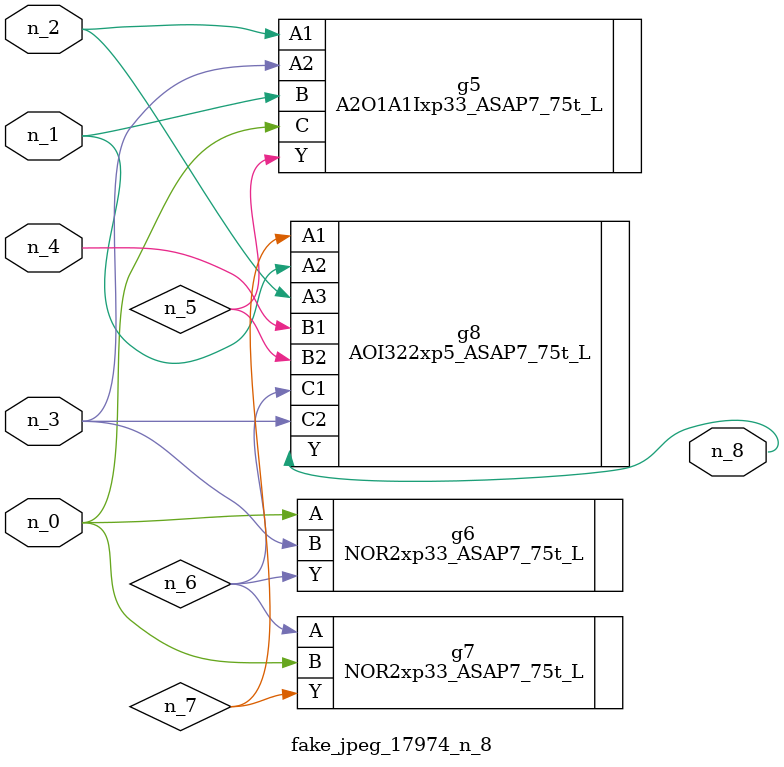
<source format=v>
module fake_jpeg_17974_n_8 (n_3, n_2, n_1, n_0, n_4, n_8);

input n_3;
input n_2;
input n_1;
input n_0;
input n_4;

output n_8;

wire n_6;
wire n_5;
wire n_7;

A2O1A1Ixp33_ASAP7_75t_L g5 ( 
.A1(n_2),
.A2(n_3),
.B(n_1),
.C(n_0),
.Y(n_5)
);

NOR2xp33_ASAP7_75t_L g6 ( 
.A(n_0),
.B(n_3),
.Y(n_6)
);

NOR2xp33_ASAP7_75t_L g7 ( 
.A(n_6),
.B(n_0),
.Y(n_7)
);

AOI322xp5_ASAP7_75t_L g8 ( 
.A1(n_7),
.A2(n_1),
.A3(n_2),
.B1(n_4),
.B2(n_5),
.C1(n_6),
.C2(n_3),
.Y(n_8)
);


endmodule
</source>
